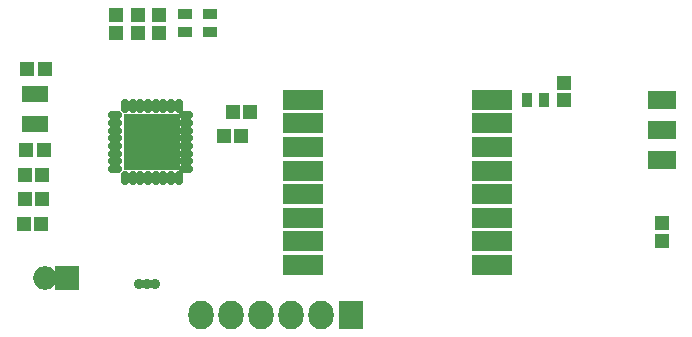
<source format=gbs>
G04 #@! TF.FileFunction,Soldermask,Bot*
%FSLAX46Y46*%
G04 Gerber Fmt 4.6, Leading zero omitted, Abs format (unit mm)*
G04 Created by KiCad (PCBNEW 4.0.5+dfsg1-4~bpo8+1) date Wed Oct 25 14:31:00 2017*
%MOMM*%
%LPD*%
G01*
G04 APERTURE LIST*
%ADD10C,0.100000*%
%ADD11R,2.000000X2.000000*%
%ADD12O,2.000000X2.000000*%
%ADD13R,3.400000X1.700000*%
%ADD14R,2.400000X1.600000*%
%ADD15R,2.400000X1.500000*%
%ADD16R,1.150000X1.200000*%
%ADD17R,1.200000X1.150000*%
%ADD18R,2.127200X2.432000*%
%ADD19O,2.127200X2.432000*%
%ADD20R,1.300000X0.900000*%
%ADD21R,0.900000X1.300000*%
%ADD22C,0.900000*%
%ADD23O,1.200000X0.750000*%
%ADD24O,0.750000X1.200000*%
%ADD25R,4.800000X4.800000*%
%ADD26R,2.200000X1.400000*%
G04 APERTURE END LIST*
D10*
D11*
X93200000Y-89300000D03*
D12*
X91400000Y-89300000D03*
D13*
X113200000Y-74200000D03*
X113200000Y-76200000D03*
X113200000Y-78200000D03*
X113200000Y-80200000D03*
X113200000Y-82200000D03*
X113200000Y-84200000D03*
X113200000Y-86200000D03*
X113200000Y-88200000D03*
X129200000Y-88200000D03*
X129200000Y-86200000D03*
X129200000Y-84200000D03*
X129200000Y-82200000D03*
X129200000Y-80200000D03*
X129200000Y-78200000D03*
X129200000Y-76200000D03*
X129200000Y-74200000D03*
D14*
X143600000Y-74200000D03*
X143600000Y-79300000D03*
D15*
X143600000Y-76750000D03*
D16*
X99200000Y-68550000D03*
X99200000Y-67050000D03*
X101000000Y-68550000D03*
X101000000Y-67050000D03*
D17*
X91150000Y-80600000D03*
X89650000Y-80600000D03*
D16*
X97400000Y-68550000D03*
X97400000Y-67050000D03*
D17*
X107250000Y-75250000D03*
X108750000Y-75250000D03*
X106500000Y-77250000D03*
X108000000Y-77250000D03*
X91050000Y-84700000D03*
X89550000Y-84700000D03*
X91150000Y-82600000D03*
X89650000Y-82600000D03*
X91350000Y-71600000D03*
X89850000Y-71600000D03*
X89750000Y-78500000D03*
X91250000Y-78500000D03*
D16*
X143600000Y-84650000D03*
X143600000Y-86150000D03*
X135300000Y-74250000D03*
X135300000Y-72750000D03*
D18*
X117300000Y-92400000D03*
D19*
X114760000Y-92400000D03*
X112220000Y-92400000D03*
X109680000Y-92400000D03*
X107140000Y-92400000D03*
X104600000Y-92400000D03*
D20*
X103200000Y-66950000D03*
X103200000Y-68450000D03*
X105300000Y-68450000D03*
X105300000Y-66950000D03*
D21*
X132150000Y-74200000D03*
X133650000Y-74200000D03*
D22*
X99350000Y-89800000D03*
X100000000Y-89800000D03*
X100650000Y-89800000D03*
D23*
X97330000Y-80070000D03*
D24*
X98130000Y-74720000D03*
D23*
X103330000Y-80070000D03*
D24*
X98130000Y-80870000D03*
D23*
X97330000Y-79420000D03*
X97330000Y-78770000D03*
X97330000Y-78120000D03*
X97330000Y-77470000D03*
X97330000Y-76820000D03*
X97330000Y-76170000D03*
X97330000Y-75520000D03*
D24*
X102680000Y-80870000D03*
X102030000Y-80870000D03*
X101380000Y-80870000D03*
X100730000Y-80870000D03*
X100080000Y-80870000D03*
X99430000Y-80870000D03*
X98780000Y-80870000D03*
X98780000Y-74720000D03*
X99430000Y-74720000D03*
X100080000Y-74720000D03*
X100730000Y-74720000D03*
X101380000Y-74720000D03*
X102030000Y-74720000D03*
X102680000Y-74720000D03*
D23*
X103330000Y-75520000D03*
X103330000Y-76170000D03*
X103330000Y-76820000D03*
X103330000Y-77470000D03*
X103330000Y-78120000D03*
X103330000Y-78770000D03*
X103330000Y-79420000D03*
D25*
X100400000Y-77800000D03*
D26*
X90500000Y-76250000D03*
X90500000Y-73750000D03*
M02*

</source>
